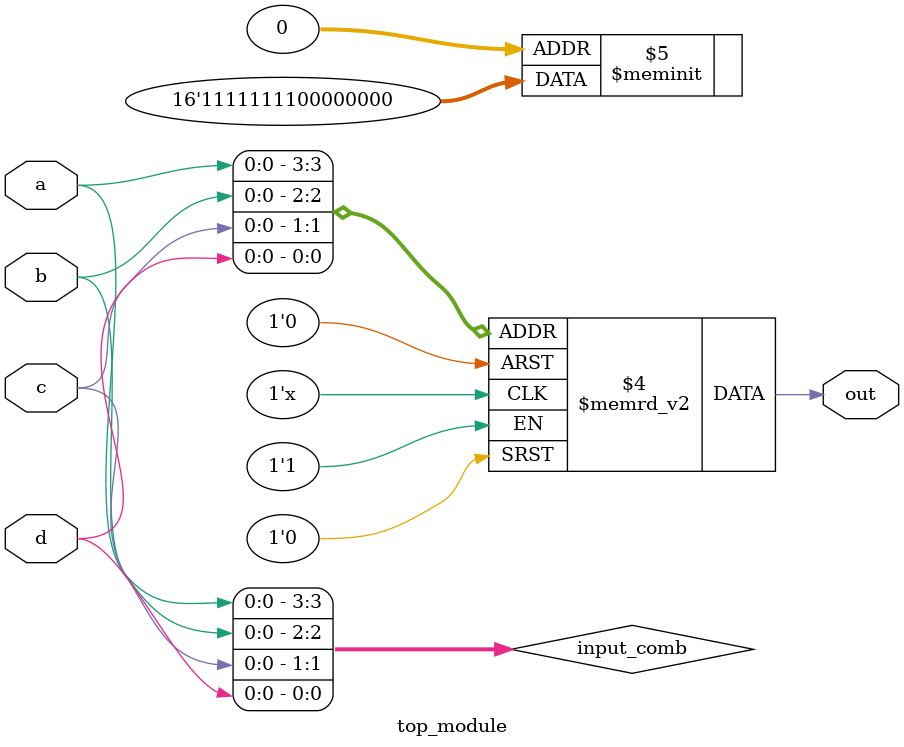
<source format=sv>
module top_module (
    input a, 
    input b,
    input c,
    input d,
    output reg out
);

// Input combination
reg [3:0] input_comb;

always @* begin
    // Combine the input bits into a 4-bit vector
    input_comb = {a, b, c, d};

    // Determine the output based on the input combination
    case(input_comb)
        4'b0000, 4'b0001, 4'b0010, 4'b0011, 4'b0100, 4'b0101, 4'b0110, 4'b0111:
            out = 1'b0;
        4'b1011, 4'b1100:
            out = 1'b1;
        default:
            out = 1'b1;
    endcase
end

endmodule

</source>
